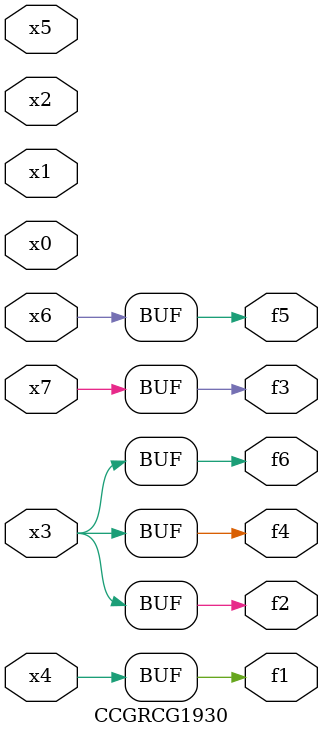
<source format=v>
module CCGRCG1930(
	input x0, x1, x2, x3, x4, x5, x6, x7,
	output f1, f2, f3, f4, f5, f6
);
	assign f1 = x4;
	assign f2 = x3;
	assign f3 = x7;
	assign f4 = x3;
	assign f5 = x6;
	assign f6 = x3;
endmodule

</source>
